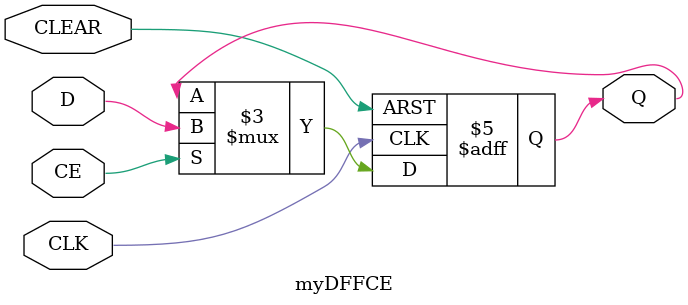
<source format=v>
module myDFFCE (output reg Q, input D, CLK, CE, CLEAR);
	parameter [0:0] INIT = 1'b0;
	initial Q = INIT;
	always @(posedge CLK or posedge CLEAR) begin
		if(CLEAR)
			Q <= 1'b0;
		else if (CE)
			Q <= D;
	end
endmodule
</source>
